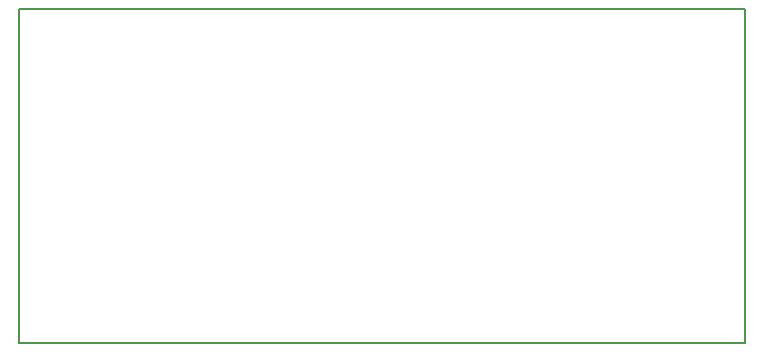
<source format=gm1>
G04 #@! TF.FileFunction,Profile,NP*
%FSLAX46Y46*%
G04 Gerber Fmt 4.6, Leading zero omitted, Abs format (unit mm)*
G04 Created by KiCad (PCBNEW 4.0.7) date Sat Jan  5 20:39:28 2019*
%MOMM*%
%LPD*%
G01*
G04 APERTURE LIST*
%ADD10C,0.100000*%
%ADD11C,0.150000*%
G04 APERTURE END LIST*
D10*
D11*
X24000000Y-50750000D02*
X24000000Y-22500000D01*
X85500000Y-50750000D02*
X24000000Y-50750000D01*
X85500000Y-22500000D02*
X85500000Y-50750000D01*
X24000000Y-22500000D02*
X85500000Y-22500000D01*
M02*

</source>
